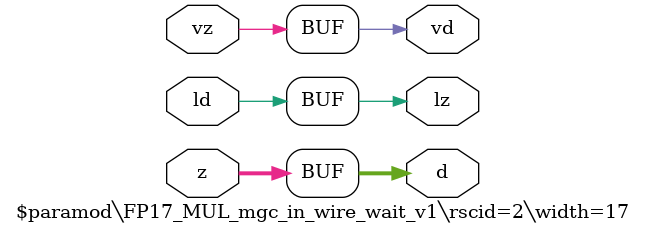
<source format=v>
module \$paramod\FP17_MUL_mgc_in_wire_wait_v1\rscid=2\width=17 (ld, vd, d, lz, vz, z);
  (* src = "./vmod/vlibs/HLS_fp17_mul.v:14" *)
  output [16:0] d;
  (* src = "./vmod/vlibs/HLS_fp17_mul.v:12" *)
  input ld;
  (* src = "./vmod/vlibs/HLS_fp17_mul.v:15" *)
  output lz;
  (* src = "./vmod/vlibs/HLS_fp17_mul.v:13" *)
  output vd;
  (* src = "./vmod/vlibs/HLS_fp17_mul.v:16" *)
  input vz;
  (* src = "./vmod/vlibs/HLS_fp17_mul.v:17" *)
  input [16:0] z;
  assign d = z;
  assign lz = ld;
  assign vd = vz;
endmodule

</source>
